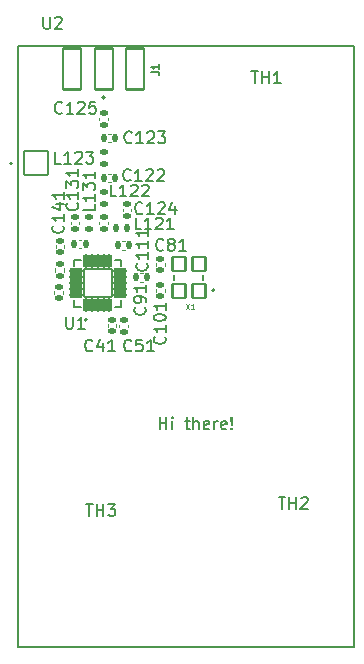
<source format=gto>
G04 #@! TF.GenerationSoftware,KiCad,Pcbnew,6.0.2+dfsg-1*
G04 #@! TF.CreationDate,2024-02-25T21:37:04-08:00*
G04 #@! TF.ProjectId,cchat,63636861-742e-46b6-9963-61645f706362,rev?*
G04 #@! TF.SameCoordinates,Original*
G04 #@! TF.FileFunction,Legend,Top*
G04 #@! TF.FilePolarity,Positive*
%FSLAX46Y46*%
G04 Gerber Fmt 4.6, Leading zero omitted, Abs format (unit mm)*
G04 Created by KiCad (PCBNEW 6.0.2+dfsg-1) date 2024-02-25 21:37:04*
%MOMM*%
%LPD*%
G01*
G04 APERTURE LIST*
G04 Aperture macros list*
%AMRoundRect*
0 Rectangle with rounded corners*
0 $1 Rounding radius*
0 $2 $3 $4 $5 $6 $7 $8 $9 X,Y pos of 4 corners*
0 Add a 4 corners polygon primitive as box body*
4,1,4,$2,$3,$4,$5,$6,$7,$8,$9,$2,$3,0*
0 Add four circle primitives for the rounded corners*
1,1,$1+$1,$2,$3*
1,1,$1+$1,$4,$5*
1,1,$1+$1,$6,$7*
1,1,$1+$1,$8,$9*
0 Add four rect primitives between the rounded corners*
20,1,$1+$1,$2,$3,$4,$5,0*
20,1,$1+$1,$4,$5,$6,$7,0*
20,1,$1+$1,$6,$7,$8,$9,0*
20,1,$1+$1,$8,$9,$2,$3,0*%
G04 Aperture macros list end*
%ADD10C,0.150000*%
%ADD11C,0.120000*%
%ADD12C,0.127000*%
%ADD13C,0.200000*%
%ADD14C,1.448000*%
%ADD15RoundRect,0.140000X-0.140000X-0.170000X0.140000X-0.170000X0.140000X0.170000X-0.140000X0.170000X0*%
%ADD16RoundRect,0.147500X0.172500X-0.147500X0.172500X0.147500X-0.172500X0.147500X-0.172500X-0.147500X0*%
%ADD17RoundRect,0.140000X-0.170000X0.140000X-0.170000X-0.140000X0.170000X-0.140000X0.170000X0.140000X0*%
%ADD18C,3.000000*%
%ADD19RoundRect,0.102000X-1.000000X-1.000000X1.000000X-1.000000X1.000000X1.000000X-1.000000X1.000000X0*%
%ADD20C,2.204000*%
%ADD21RoundRect,0.135000X-0.185000X0.135000X-0.185000X-0.135000X0.185000X-0.135000X0.185000X0.135000X0*%
%ADD22RoundRect,0.140000X0.170000X-0.140000X0.170000X0.140000X-0.170000X0.140000X-0.170000X-0.140000X0*%
%ADD23RoundRect,0.102000X0.555000X0.605000X-0.555000X0.605000X-0.555000X-0.605000X0.555000X-0.605000X0*%
%ADD24RoundRect,0.147500X-0.147500X-0.172500X0.147500X-0.172500X0.147500X0.172500X-0.147500X0.172500X0*%
%ADD25RoundRect,0.109800X0.122200X-0.512200X0.122200X0.512200X-0.122200X0.512200X-0.122200X-0.512200X0*%
%ADD26RoundRect,0.109800X0.512200X0.122200X-0.512200X0.122200X-0.512200X-0.122200X0.512200X-0.122200X0*%
%ADD27RoundRect,0.102000X1.200000X-1.200000X1.200000X1.200000X-1.200000X1.200000X-1.200000X-1.200000X0*%
%ADD28RoundRect,0.102000X-0.750000X1.750000X-0.750000X-1.750000X0.750000X-1.750000X0.750000X1.750000X0*%
%ADD29RoundRect,0.140000X0.140000X0.170000X-0.140000X0.170000X-0.140000X-0.170000X0.140000X-0.170000X0*%
G04 APERTURE END LIST*
D10*
X124652380Y-108452380D02*
X124652380Y-107452380D01*
X124652380Y-107928571D02*
X125223809Y-107928571D01*
X125223809Y-108452380D02*
X125223809Y-107452380D01*
X125700000Y-108452380D02*
X125700000Y-107785714D01*
X125700000Y-107452380D02*
X125652380Y-107500000D01*
X125700000Y-107547619D01*
X125747619Y-107500000D01*
X125700000Y-107452380D01*
X125700000Y-107547619D01*
X126795238Y-107785714D02*
X127176190Y-107785714D01*
X126938095Y-107452380D02*
X126938095Y-108309523D01*
X126985714Y-108404761D01*
X127080952Y-108452380D01*
X127176190Y-108452380D01*
X127509523Y-108452380D02*
X127509523Y-107452380D01*
X127938095Y-108452380D02*
X127938095Y-107928571D01*
X127890476Y-107833333D01*
X127795238Y-107785714D01*
X127652380Y-107785714D01*
X127557142Y-107833333D01*
X127509523Y-107880952D01*
X128795238Y-108404761D02*
X128700000Y-108452380D01*
X128509523Y-108452380D01*
X128414285Y-108404761D01*
X128366666Y-108309523D01*
X128366666Y-107928571D01*
X128414285Y-107833333D01*
X128509523Y-107785714D01*
X128700000Y-107785714D01*
X128795238Y-107833333D01*
X128842857Y-107928571D01*
X128842857Y-108023809D01*
X128366666Y-108119047D01*
X129271428Y-108452380D02*
X129271428Y-107785714D01*
X129271428Y-107976190D02*
X129319047Y-107880952D01*
X129366666Y-107833333D01*
X129461904Y-107785714D01*
X129557142Y-107785714D01*
X130271428Y-108404761D02*
X130176190Y-108452380D01*
X129985714Y-108452380D01*
X129890476Y-108404761D01*
X129842857Y-108309523D01*
X129842857Y-107928571D01*
X129890476Y-107833333D01*
X129985714Y-107785714D01*
X130176190Y-107785714D01*
X130271428Y-107833333D01*
X130319047Y-107928571D01*
X130319047Y-108023809D01*
X129842857Y-108119047D01*
X130747619Y-108357142D02*
X130795238Y-108404761D01*
X130747619Y-108452380D01*
X130700000Y-108404761D01*
X130747619Y-108357142D01*
X130747619Y-108452380D01*
X130747619Y-108071428D02*
X130700000Y-107500000D01*
X130747619Y-107452380D01*
X130795238Y-107500000D01*
X130747619Y-108071428D01*
X130747619Y-107452380D01*
X134714285Y-114212380D02*
X135285714Y-114212380D01*
X135000000Y-115212380D02*
X135000000Y-114212380D01*
X135619047Y-115212380D02*
X135619047Y-114212380D01*
X135619047Y-114688571D02*
X136190476Y-114688571D01*
X136190476Y-115212380D02*
X136190476Y-114212380D01*
X136619047Y-114307619D02*
X136666666Y-114260000D01*
X136761904Y-114212380D01*
X137000000Y-114212380D01*
X137095238Y-114260000D01*
X137142857Y-114307619D01*
X137190476Y-114402857D01*
X137190476Y-114498095D01*
X137142857Y-114640952D01*
X136571428Y-115212380D01*
X137190476Y-115212380D01*
X118414285Y-114812380D02*
X118985714Y-114812380D01*
X118700000Y-115812380D02*
X118700000Y-114812380D01*
X119319047Y-115812380D02*
X119319047Y-114812380D01*
X119319047Y-115288571D02*
X119890476Y-115288571D01*
X119890476Y-115812380D02*
X119890476Y-114812380D01*
X120271428Y-114812380D02*
X120890476Y-114812380D01*
X120557142Y-115193333D01*
X120700000Y-115193333D01*
X120795238Y-115240952D01*
X120842857Y-115288571D01*
X120890476Y-115383809D01*
X120890476Y-115621904D01*
X120842857Y-115717142D01*
X120795238Y-115764761D01*
X120700000Y-115812380D01*
X120414285Y-115812380D01*
X120319047Y-115764761D01*
X120271428Y-115717142D01*
X123377142Y-98142857D02*
X123424761Y-98190476D01*
X123472380Y-98333333D01*
X123472380Y-98428571D01*
X123424761Y-98571428D01*
X123329523Y-98666666D01*
X123234285Y-98714285D01*
X123043809Y-98761904D01*
X122900952Y-98761904D01*
X122710476Y-98714285D01*
X122615238Y-98666666D01*
X122520000Y-98571428D01*
X122472380Y-98428571D01*
X122472380Y-98333333D01*
X122520000Y-98190476D01*
X122567619Y-98142857D01*
X123472380Y-97666666D02*
X123472380Y-97476190D01*
X123424761Y-97380952D01*
X123377142Y-97333333D01*
X123234285Y-97238095D01*
X123043809Y-97190476D01*
X122662857Y-97190476D01*
X122567619Y-97238095D01*
X122520000Y-97285714D01*
X122472380Y-97380952D01*
X122472380Y-97571428D01*
X122520000Y-97666666D01*
X122567619Y-97714285D01*
X122662857Y-97761904D01*
X122900952Y-97761904D01*
X122996190Y-97714285D01*
X123043809Y-97666666D01*
X123091428Y-97571428D01*
X123091428Y-97380952D01*
X123043809Y-97285714D01*
X122996190Y-97238095D01*
X122900952Y-97190476D01*
X123472380Y-96238095D02*
X123472380Y-96809523D01*
X123472380Y-96523809D02*
X122472380Y-96523809D01*
X122615238Y-96619047D01*
X122710476Y-96714285D01*
X122758095Y-96809523D01*
X120980952Y-88752380D02*
X120504761Y-88752380D01*
X120504761Y-87752380D01*
X121838095Y-88752380D02*
X121266666Y-88752380D01*
X121552380Y-88752380D02*
X121552380Y-87752380D01*
X121457142Y-87895238D01*
X121361904Y-87990476D01*
X121266666Y-88038095D01*
X122219047Y-87847619D02*
X122266666Y-87800000D01*
X122361904Y-87752380D01*
X122600000Y-87752380D01*
X122695238Y-87800000D01*
X122742857Y-87847619D01*
X122790476Y-87942857D01*
X122790476Y-88038095D01*
X122742857Y-88180952D01*
X122171428Y-88752380D01*
X122790476Y-88752380D01*
X123171428Y-87847619D02*
X123219047Y-87800000D01*
X123314285Y-87752380D01*
X123552380Y-87752380D01*
X123647619Y-87800000D01*
X123695238Y-87847619D01*
X123742857Y-87942857D01*
X123742857Y-88038095D01*
X123695238Y-88180952D01*
X123123809Y-88752380D01*
X123742857Y-88752380D01*
X122280952Y-84157142D02*
X122233333Y-84204761D01*
X122090476Y-84252380D01*
X121995238Y-84252380D01*
X121852380Y-84204761D01*
X121757142Y-84109523D01*
X121709523Y-84014285D01*
X121661904Y-83823809D01*
X121661904Y-83680952D01*
X121709523Y-83490476D01*
X121757142Y-83395238D01*
X121852380Y-83300000D01*
X121995238Y-83252380D01*
X122090476Y-83252380D01*
X122233333Y-83300000D01*
X122280952Y-83347619D01*
X123233333Y-84252380D02*
X122661904Y-84252380D01*
X122947619Y-84252380D02*
X122947619Y-83252380D01*
X122852380Y-83395238D01*
X122757142Y-83490476D01*
X122661904Y-83538095D01*
X123614285Y-83347619D02*
X123661904Y-83300000D01*
X123757142Y-83252380D01*
X123995238Y-83252380D01*
X124090476Y-83300000D01*
X124138095Y-83347619D01*
X124185714Y-83442857D01*
X124185714Y-83538095D01*
X124138095Y-83680952D01*
X123566666Y-84252380D01*
X124185714Y-84252380D01*
X124519047Y-83252380D02*
X125138095Y-83252380D01*
X124804761Y-83633333D01*
X124947619Y-83633333D01*
X125042857Y-83680952D01*
X125090476Y-83728571D01*
X125138095Y-83823809D01*
X125138095Y-84061904D01*
X125090476Y-84157142D01*
X125042857Y-84204761D01*
X124947619Y-84252380D01*
X124661904Y-84252380D01*
X124566666Y-84204761D01*
X124519047Y-84157142D01*
X117657142Y-89319047D02*
X117704761Y-89366666D01*
X117752380Y-89509523D01*
X117752380Y-89604761D01*
X117704761Y-89747619D01*
X117609523Y-89842857D01*
X117514285Y-89890476D01*
X117323809Y-89938095D01*
X117180952Y-89938095D01*
X116990476Y-89890476D01*
X116895238Y-89842857D01*
X116800000Y-89747619D01*
X116752380Y-89604761D01*
X116752380Y-89509523D01*
X116800000Y-89366666D01*
X116847619Y-89319047D01*
X117752380Y-88366666D02*
X117752380Y-88938095D01*
X117752380Y-88652380D02*
X116752380Y-88652380D01*
X116895238Y-88747619D01*
X116990476Y-88842857D01*
X117038095Y-88938095D01*
X116752380Y-88033333D02*
X116752380Y-87414285D01*
X117133333Y-87747619D01*
X117133333Y-87604761D01*
X117180952Y-87509523D01*
X117228571Y-87461904D01*
X117323809Y-87414285D01*
X117561904Y-87414285D01*
X117657142Y-87461904D01*
X117704761Y-87509523D01*
X117752380Y-87604761D01*
X117752380Y-87890476D01*
X117704761Y-87985714D01*
X117657142Y-88033333D01*
X117752380Y-86461904D02*
X117752380Y-87033333D01*
X117752380Y-86747619D02*
X116752380Y-86747619D01*
X116895238Y-86842857D01*
X116990476Y-86938095D01*
X117038095Y-87033333D01*
X114798095Y-73557380D02*
X114798095Y-74366904D01*
X114845714Y-74462142D01*
X114893333Y-74509761D01*
X114988571Y-74557380D01*
X115179047Y-74557380D01*
X115274285Y-74509761D01*
X115321904Y-74462142D01*
X115369523Y-74366904D01*
X115369523Y-73557380D01*
X115798095Y-73652619D02*
X115845714Y-73605000D01*
X115940952Y-73557380D01*
X116179047Y-73557380D01*
X116274285Y-73605000D01*
X116321904Y-73652619D01*
X116369523Y-73747857D01*
X116369523Y-73843095D01*
X116321904Y-73985952D01*
X115750476Y-74557380D01*
X116369523Y-74557380D01*
X123180952Y-90157142D02*
X123133333Y-90204761D01*
X122990476Y-90252380D01*
X122895238Y-90252380D01*
X122752380Y-90204761D01*
X122657142Y-90109523D01*
X122609523Y-90014285D01*
X122561904Y-89823809D01*
X122561904Y-89680952D01*
X122609523Y-89490476D01*
X122657142Y-89395238D01*
X122752380Y-89300000D01*
X122895238Y-89252380D01*
X122990476Y-89252380D01*
X123133333Y-89300000D01*
X123180952Y-89347619D01*
X124133333Y-90252380D02*
X123561904Y-90252380D01*
X123847619Y-90252380D02*
X123847619Y-89252380D01*
X123752380Y-89395238D01*
X123657142Y-89490476D01*
X123561904Y-89538095D01*
X124514285Y-89347619D02*
X124561904Y-89300000D01*
X124657142Y-89252380D01*
X124895238Y-89252380D01*
X124990476Y-89300000D01*
X125038095Y-89347619D01*
X125085714Y-89442857D01*
X125085714Y-89538095D01*
X125038095Y-89680952D01*
X124466666Y-90252380D01*
X125085714Y-90252380D01*
X125942857Y-89585714D02*
X125942857Y-90252380D01*
X125704761Y-89204761D02*
X125466666Y-89919047D01*
X126085714Y-89919047D01*
X123557142Y-94419047D02*
X123604761Y-94466666D01*
X123652380Y-94609523D01*
X123652380Y-94704761D01*
X123604761Y-94847619D01*
X123509523Y-94942857D01*
X123414285Y-94990476D01*
X123223809Y-95038095D01*
X123080952Y-95038095D01*
X122890476Y-94990476D01*
X122795238Y-94942857D01*
X122700000Y-94847619D01*
X122652380Y-94704761D01*
X122652380Y-94609523D01*
X122700000Y-94466666D01*
X122747619Y-94419047D01*
X123652380Y-93466666D02*
X123652380Y-94038095D01*
X123652380Y-93752380D02*
X122652380Y-93752380D01*
X122795238Y-93847619D01*
X122890476Y-93942857D01*
X122938095Y-94038095D01*
X123652380Y-92514285D02*
X123652380Y-93085714D01*
X123652380Y-92800000D02*
X122652380Y-92800000D01*
X122795238Y-92895238D01*
X122890476Y-92990476D01*
X122938095Y-93085714D01*
X123652380Y-91561904D02*
X123652380Y-92133333D01*
X123652380Y-91847619D02*
X122652380Y-91847619D01*
X122795238Y-91942857D01*
X122890476Y-92038095D01*
X122938095Y-92133333D01*
D11*
X126842428Y-97846942D02*
X127162428Y-98326942D01*
X127162428Y-97846942D02*
X126842428Y-98326942D01*
X127596714Y-98326942D02*
X127322428Y-98326942D01*
X127459571Y-98326942D02*
X127459571Y-97846942D01*
X127413857Y-97915514D01*
X127368142Y-97961228D01*
X127322428Y-97984085D01*
D10*
X116457142Y-91219047D02*
X116504761Y-91266666D01*
X116552380Y-91409523D01*
X116552380Y-91504761D01*
X116504761Y-91647619D01*
X116409523Y-91742857D01*
X116314285Y-91790476D01*
X116123809Y-91838095D01*
X115980952Y-91838095D01*
X115790476Y-91790476D01*
X115695238Y-91742857D01*
X115600000Y-91647619D01*
X115552380Y-91504761D01*
X115552380Y-91409523D01*
X115600000Y-91266666D01*
X115647619Y-91219047D01*
X116552380Y-90266666D02*
X116552380Y-90838095D01*
X116552380Y-90552380D02*
X115552380Y-90552380D01*
X115695238Y-90647619D01*
X115790476Y-90742857D01*
X115838095Y-90838095D01*
X115885714Y-89409523D02*
X116552380Y-89409523D01*
X115504761Y-89647619D02*
X116219047Y-89885714D01*
X116219047Y-89266666D01*
X116552380Y-88361904D02*
X116552380Y-88933333D01*
X116552380Y-88647619D02*
X115552380Y-88647619D01*
X115695238Y-88742857D01*
X115790476Y-88838095D01*
X115838095Y-88933333D01*
X122257142Y-101777142D02*
X122209523Y-101824761D01*
X122066666Y-101872380D01*
X121971428Y-101872380D01*
X121828571Y-101824761D01*
X121733333Y-101729523D01*
X121685714Y-101634285D01*
X121638095Y-101443809D01*
X121638095Y-101300952D01*
X121685714Y-101110476D01*
X121733333Y-101015238D01*
X121828571Y-100920000D01*
X121971428Y-100872380D01*
X122066666Y-100872380D01*
X122209523Y-100920000D01*
X122257142Y-100967619D01*
X123161904Y-100872380D02*
X122685714Y-100872380D01*
X122638095Y-101348571D01*
X122685714Y-101300952D01*
X122780952Y-101253333D01*
X123019047Y-101253333D01*
X123114285Y-101300952D01*
X123161904Y-101348571D01*
X123209523Y-101443809D01*
X123209523Y-101681904D01*
X123161904Y-101777142D01*
X123114285Y-101824761D01*
X123019047Y-101872380D01*
X122780952Y-101872380D01*
X122685714Y-101824761D01*
X122638095Y-101777142D01*
X124161904Y-101872380D02*
X123590476Y-101872380D01*
X123876190Y-101872380D02*
X123876190Y-100872380D01*
X123780952Y-101015238D01*
X123685714Y-101110476D01*
X123590476Y-101158095D01*
X123080952Y-91552380D02*
X122604761Y-91552380D01*
X122604761Y-90552380D01*
X123938095Y-91552380D02*
X123366666Y-91552380D01*
X123652380Y-91552380D02*
X123652380Y-90552380D01*
X123557142Y-90695238D01*
X123461904Y-90790476D01*
X123366666Y-90838095D01*
X124319047Y-90647619D02*
X124366666Y-90600000D01*
X124461904Y-90552380D01*
X124700000Y-90552380D01*
X124795238Y-90600000D01*
X124842857Y-90647619D01*
X124890476Y-90742857D01*
X124890476Y-90838095D01*
X124842857Y-90980952D01*
X124271428Y-91552380D01*
X124890476Y-91552380D01*
X125842857Y-91552380D02*
X125271428Y-91552380D01*
X125557142Y-91552380D02*
X125557142Y-90552380D01*
X125461904Y-90695238D01*
X125366666Y-90790476D01*
X125271428Y-90838095D01*
X125067142Y-100619047D02*
X125114761Y-100666666D01*
X125162380Y-100809523D01*
X125162380Y-100904761D01*
X125114761Y-101047619D01*
X125019523Y-101142857D01*
X124924285Y-101190476D01*
X124733809Y-101238095D01*
X124590952Y-101238095D01*
X124400476Y-101190476D01*
X124305238Y-101142857D01*
X124210000Y-101047619D01*
X124162380Y-100904761D01*
X124162380Y-100809523D01*
X124210000Y-100666666D01*
X124257619Y-100619047D01*
X125162380Y-99666666D02*
X125162380Y-100238095D01*
X125162380Y-99952380D02*
X124162380Y-99952380D01*
X124305238Y-100047619D01*
X124400476Y-100142857D01*
X124448095Y-100238095D01*
X124162380Y-99047619D02*
X124162380Y-98952380D01*
X124210000Y-98857142D01*
X124257619Y-98809523D01*
X124352857Y-98761904D01*
X124543333Y-98714285D01*
X124781428Y-98714285D01*
X124971904Y-98761904D01*
X125067142Y-98809523D01*
X125114761Y-98857142D01*
X125162380Y-98952380D01*
X125162380Y-99047619D01*
X125114761Y-99142857D01*
X125067142Y-99190476D01*
X124971904Y-99238095D01*
X124781428Y-99285714D01*
X124543333Y-99285714D01*
X124352857Y-99238095D01*
X124257619Y-99190476D01*
X124210000Y-99142857D01*
X124162380Y-99047619D01*
X125162380Y-97761904D02*
X125162380Y-98333333D01*
X125162380Y-98047619D02*
X124162380Y-98047619D01*
X124305238Y-98142857D01*
X124400476Y-98238095D01*
X124448095Y-98333333D01*
X116380952Y-81657142D02*
X116333333Y-81704761D01*
X116190476Y-81752380D01*
X116095238Y-81752380D01*
X115952380Y-81704761D01*
X115857142Y-81609523D01*
X115809523Y-81514285D01*
X115761904Y-81323809D01*
X115761904Y-81180952D01*
X115809523Y-80990476D01*
X115857142Y-80895238D01*
X115952380Y-80800000D01*
X116095238Y-80752380D01*
X116190476Y-80752380D01*
X116333333Y-80800000D01*
X116380952Y-80847619D01*
X117333333Y-81752380D02*
X116761904Y-81752380D01*
X117047619Y-81752380D02*
X117047619Y-80752380D01*
X116952380Y-80895238D01*
X116857142Y-80990476D01*
X116761904Y-81038095D01*
X117714285Y-80847619D02*
X117761904Y-80800000D01*
X117857142Y-80752380D01*
X118095238Y-80752380D01*
X118190476Y-80800000D01*
X118238095Y-80847619D01*
X118285714Y-80942857D01*
X118285714Y-81038095D01*
X118238095Y-81180952D01*
X117666666Y-81752380D01*
X118285714Y-81752380D01*
X119190476Y-80752380D02*
X118714285Y-80752380D01*
X118666666Y-81228571D01*
X118714285Y-81180952D01*
X118809523Y-81133333D01*
X119047619Y-81133333D01*
X119142857Y-81180952D01*
X119190476Y-81228571D01*
X119238095Y-81323809D01*
X119238095Y-81561904D01*
X119190476Y-81657142D01*
X119142857Y-81704761D01*
X119047619Y-81752380D01*
X118809523Y-81752380D01*
X118714285Y-81704761D01*
X118666666Y-81657142D01*
X116280952Y-85967380D02*
X115804761Y-85967380D01*
X115804761Y-84967380D01*
X117138095Y-85967380D02*
X116566666Y-85967380D01*
X116852380Y-85967380D02*
X116852380Y-84967380D01*
X116757142Y-85110238D01*
X116661904Y-85205476D01*
X116566666Y-85253095D01*
X117519047Y-85062619D02*
X117566666Y-85015000D01*
X117661904Y-84967380D01*
X117900000Y-84967380D01*
X117995238Y-85015000D01*
X118042857Y-85062619D01*
X118090476Y-85157857D01*
X118090476Y-85253095D01*
X118042857Y-85395952D01*
X117471428Y-85967380D01*
X118090476Y-85967380D01*
X118423809Y-84967380D02*
X119042857Y-84967380D01*
X118709523Y-85348333D01*
X118852380Y-85348333D01*
X118947619Y-85395952D01*
X118995238Y-85443571D01*
X119042857Y-85538809D01*
X119042857Y-85776904D01*
X118995238Y-85872142D01*
X118947619Y-85919761D01*
X118852380Y-85967380D01*
X118566666Y-85967380D01*
X118471428Y-85919761D01*
X118423809Y-85872142D01*
X116738095Y-98952380D02*
X116738095Y-99761904D01*
X116785714Y-99857142D01*
X116833333Y-99904761D01*
X116928571Y-99952380D01*
X117119047Y-99952380D01*
X117214285Y-99904761D01*
X117261904Y-99857142D01*
X117309523Y-99761904D01*
X117309523Y-98952380D01*
X118309523Y-99952380D02*
X117738095Y-99952380D01*
X118023809Y-99952380D02*
X118023809Y-98952380D01*
X117928571Y-99095238D01*
X117833333Y-99190476D01*
X117738095Y-99238095D01*
X119152380Y-89419047D02*
X119152380Y-89895238D01*
X118152380Y-89895238D01*
X119152380Y-88561904D02*
X119152380Y-89133333D01*
X119152380Y-88847619D02*
X118152380Y-88847619D01*
X118295238Y-88942857D01*
X118390476Y-89038095D01*
X118438095Y-89133333D01*
X118152380Y-88228571D02*
X118152380Y-87609523D01*
X118533333Y-87942857D01*
X118533333Y-87800000D01*
X118580952Y-87704761D01*
X118628571Y-87657142D01*
X118723809Y-87609523D01*
X118961904Y-87609523D01*
X119057142Y-87657142D01*
X119104761Y-87704761D01*
X119152380Y-87800000D01*
X119152380Y-88085714D01*
X119104761Y-88180952D01*
X119057142Y-88228571D01*
X119152380Y-86657142D02*
X119152380Y-87228571D01*
X119152380Y-86942857D02*
X118152380Y-86942857D01*
X118295238Y-87038095D01*
X118390476Y-87133333D01*
X118438095Y-87228571D01*
X118957142Y-101777142D02*
X118909523Y-101824761D01*
X118766666Y-101872380D01*
X118671428Y-101872380D01*
X118528571Y-101824761D01*
X118433333Y-101729523D01*
X118385714Y-101634285D01*
X118338095Y-101443809D01*
X118338095Y-101300952D01*
X118385714Y-101110476D01*
X118433333Y-101015238D01*
X118528571Y-100920000D01*
X118671428Y-100872380D01*
X118766666Y-100872380D01*
X118909523Y-100920000D01*
X118957142Y-100967619D01*
X119814285Y-101205714D02*
X119814285Y-101872380D01*
X119576190Y-100824761D02*
X119338095Y-101539047D01*
X119957142Y-101539047D01*
X120861904Y-101872380D02*
X120290476Y-101872380D01*
X120576190Y-101872380D02*
X120576190Y-100872380D01*
X120480952Y-101015238D01*
X120385714Y-101110476D01*
X120290476Y-101158095D01*
X123955923Y-78217833D02*
X124413066Y-78217833D01*
X124504495Y-78248309D01*
X124565447Y-78309261D01*
X124595923Y-78400690D01*
X124595923Y-78461642D01*
X124595923Y-77577833D02*
X124595923Y-77943547D01*
X124595923Y-77760690D02*
X123955923Y-77760690D01*
X124047352Y-77821642D01*
X124108304Y-77882595D01*
X124138780Y-77943547D01*
X122180952Y-87357142D02*
X122133333Y-87404761D01*
X121990476Y-87452380D01*
X121895238Y-87452380D01*
X121752380Y-87404761D01*
X121657142Y-87309523D01*
X121609523Y-87214285D01*
X121561904Y-87023809D01*
X121561904Y-86880952D01*
X121609523Y-86690476D01*
X121657142Y-86595238D01*
X121752380Y-86500000D01*
X121895238Y-86452380D01*
X121990476Y-86452380D01*
X122133333Y-86500000D01*
X122180952Y-86547619D01*
X123133333Y-87452380D02*
X122561904Y-87452380D01*
X122847619Y-87452380D02*
X122847619Y-86452380D01*
X122752380Y-86595238D01*
X122657142Y-86690476D01*
X122561904Y-86738095D01*
X123514285Y-86547619D02*
X123561904Y-86500000D01*
X123657142Y-86452380D01*
X123895238Y-86452380D01*
X123990476Y-86500000D01*
X124038095Y-86547619D01*
X124085714Y-86642857D01*
X124085714Y-86738095D01*
X124038095Y-86880952D01*
X123466666Y-87452380D01*
X124085714Y-87452380D01*
X124466666Y-86547619D02*
X124514285Y-86500000D01*
X124609523Y-86452380D01*
X124847619Y-86452380D01*
X124942857Y-86500000D01*
X124990476Y-86547619D01*
X125038095Y-86642857D01*
X125038095Y-86738095D01*
X124990476Y-86880952D01*
X124419047Y-87452380D01*
X125038095Y-87452380D01*
X132414285Y-78152380D02*
X132985714Y-78152380D01*
X132700000Y-79152380D02*
X132700000Y-78152380D01*
X133319047Y-79152380D02*
X133319047Y-78152380D01*
X133319047Y-78628571D02*
X133890476Y-78628571D01*
X133890476Y-79152380D02*
X133890476Y-78152380D01*
X134890476Y-79152380D02*
X134319047Y-79152380D01*
X134604761Y-79152380D02*
X134604761Y-78152380D01*
X134509523Y-78295238D01*
X134414285Y-78390476D01*
X134319047Y-78438095D01*
X124967142Y-93257142D02*
X124919523Y-93304761D01*
X124776666Y-93352380D01*
X124681428Y-93352380D01*
X124538571Y-93304761D01*
X124443333Y-93209523D01*
X124395714Y-93114285D01*
X124348095Y-92923809D01*
X124348095Y-92780952D01*
X124395714Y-92590476D01*
X124443333Y-92495238D01*
X124538571Y-92400000D01*
X124681428Y-92352380D01*
X124776666Y-92352380D01*
X124919523Y-92400000D01*
X124967142Y-92447619D01*
X125538571Y-92780952D02*
X125443333Y-92733333D01*
X125395714Y-92685714D01*
X125348095Y-92590476D01*
X125348095Y-92542857D01*
X125395714Y-92447619D01*
X125443333Y-92400000D01*
X125538571Y-92352380D01*
X125729047Y-92352380D01*
X125824285Y-92400000D01*
X125871904Y-92447619D01*
X125919523Y-92542857D01*
X125919523Y-92590476D01*
X125871904Y-92685714D01*
X125824285Y-92733333D01*
X125729047Y-92780952D01*
X125538571Y-92780952D01*
X125443333Y-92828571D01*
X125395714Y-92876190D01*
X125348095Y-92971428D01*
X125348095Y-93161904D01*
X125395714Y-93257142D01*
X125443333Y-93304761D01*
X125538571Y-93352380D01*
X125729047Y-93352380D01*
X125824285Y-93304761D01*
X125871904Y-93257142D01*
X125919523Y-93161904D01*
X125919523Y-92971428D01*
X125871904Y-92876190D01*
X125824285Y-92828571D01*
X125729047Y-92780952D01*
X126871904Y-93352380D02*
X126300476Y-93352380D01*
X126586190Y-93352380D02*
X126586190Y-92352380D01*
X126490952Y-92495238D01*
X126395714Y-92590476D01*
X126300476Y-92638095D01*
D11*
X122992164Y-95960000D02*
X123207836Y-95960000D01*
X122992164Y-95240000D02*
X123207836Y-95240000D01*
X120272164Y-83440000D02*
X120487836Y-83440000D01*
X120272164Y-84160000D02*
X120487836Y-84160000D01*
X117140000Y-90892164D02*
X117140000Y-91107836D01*
X117860000Y-90892164D02*
X117860000Y-91107836D01*
D12*
X130415000Y-75990000D02*
X141145000Y-75990000D01*
X112635000Y-75990000D02*
X123704000Y-75990000D01*
X112635000Y-126940000D02*
X118005000Y-126940000D01*
X141145000Y-75990000D02*
X141145000Y-126940000D01*
X141145000Y-75990000D02*
X141145000Y-126940000D01*
X141145000Y-126940000D02*
X112635000Y-126940000D01*
X112635000Y-75990000D02*
X141145000Y-75990000D01*
X135695000Y-126940000D02*
X141145000Y-126940000D01*
X112635000Y-126940000D02*
X112635000Y-75990000D01*
X123704000Y-75990000D02*
X130415000Y-75990000D01*
X112635000Y-126940000D02*
X112635000Y-75990000D01*
X118005000Y-126940000D02*
X135695000Y-126940000D01*
D13*
X112165000Y-85950000D02*
G75*
G03*
X112165000Y-85950000I-100000J0D01*
G01*
D11*
X116580000Y-94846359D02*
X116580000Y-95153641D01*
X115820000Y-94846359D02*
X115820000Y-95153641D01*
X121540000Y-90007836D02*
X121540000Y-89792164D01*
X122260000Y-90007836D02*
X122260000Y-89792164D01*
X121492164Y-92540000D02*
X121707836Y-92540000D01*
X121492164Y-93260000D02*
X121707836Y-93260000D01*
D12*
X125850000Y-95825000D02*
X125850000Y-95375000D01*
X128350000Y-95825000D02*
X128350000Y-95375000D01*
D13*
X129300000Y-96700000D02*
G75*
G03*
X129300000Y-96700000I-100000J0D01*
G01*
D11*
X115840000Y-93107836D02*
X115840000Y-92892164D01*
X116560000Y-93107836D02*
X116560000Y-92892164D01*
X121240000Y-99827836D02*
X121240000Y-99612164D01*
X121960000Y-99827836D02*
X121960000Y-99612164D01*
X124340000Y-96807836D02*
X124340000Y-96592164D01*
X125060000Y-96807836D02*
X125060000Y-96592164D01*
X120260000Y-82307836D02*
X120260000Y-82092164D01*
X119540000Y-82307836D02*
X119540000Y-82092164D01*
D12*
X121400000Y-98100000D02*
X121400000Y-97550000D01*
X117400000Y-98100000D02*
X117400000Y-97550000D01*
X121400000Y-94100000D02*
X120850000Y-94100000D01*
X121400000Y-98100000D02*
X120850000Y-98100000D01*
X117400000Y-94100000D02*
X117950000Y-94100000D01*
X117400000Y-94100000D02*
X117400000Y-94650000D01*
X117400000Y-98100000D02*
X117950000Y-98100000D01*
X121400000Y-94100000D02*
X121400000Y-94650000D01*
D13*
X118500000Y-99210000D02*
G75*
G03*
X118500000Y-99210000I-100000J0D01*
G01*
D11*
X115740000Y-96792164D02*
X115740000Y-97007836D01*
X116460000Y-96792164D02*
X116460000Y-97007836D01*
X119540000Y-91107836D02*
X119540000Y-90892164D01*
X120260000Y-91107836D02*
X120260000Y-90892164D01*
X120960000Y-99592164D02*
X120960000Y-99807836D01*
X120240000Y-99592164D02*
X120240000Y-99807836D01*
D13*
X120000000Y-80372500D02*
G75*
G03*
X120000000Y-80372500I-100000J0D01*
G01*
D11*
X120292164Y-86840000D02*
X120507836Y-86840000D01*
X120292164Y-87560000D02*
X120507836Y-87560000D01*
X118007836Y-92440000D02*
X117792164Y-92440000D01*
X118007836Y-93160000D02*
X117792164Y-93160000D01*
X124340000Y-94607836D02*
X124340000Y-94392164D01*
X125060000Y-94607836D02*
X125060000Y-94392164D01*
%LPC*%
D14*
X136000000Y-117300000D03*
X119700000Y-117900000D03*
D15*
X122620000Y-95600000D03*
X123580000Y-95600000D03*
D16*
X119900000Y-89385000D03*
X119900000Y-88415000D03*
D15*
X119900000Y-83800000D03*
X120860000Y-83800000D03*
D17*
X117500000Y-90520000D03*
X117500000Y-91480000D03*
D18*
X114635000Y-77990000D03*
X139145000Y-124940000D03*
X114635000Y-124940000D03*
X139145000Y-77990000D03*
D19*
X114215000Y-85950000D03*
D20*
X114215000Y-88490000D03*
X114215000Y-91030000D03*
X114215000Y-93570000D03*
X114215000Y-96110000D03*
X114215000Y-98650000D03*
X114215000Y-101190000D03*
X114215000Y-103730000D03*
X114215000Y-106270000D03*
X114215000Y-108810000D03*
X114215000Y-111350000D03*
X114215000Y-113890000D03*
X114215000Y-116430000D03*
X114215000Y-118970000D03*
X114215000Y-121510000D03*
X139615000Y-121510000D03*
X139615000Y-118970000D03*
X139615000Y-116430000D03*
X139615000Y-113890000D03*
X139615000Y-111350000D03*
X139615000Y-108810000D03*
X139615000Y-106270000D03*
X139615000Y-103730000D03*
X139615000Y-101190000D03*
X139615000Y-98650000D03*
X139615000Y-96110000D03*
X139615000Y-93570000D03*
X139615000Y-91030000D03*
X139615000Y-88490000D03*
X139615000Y-85950000D03*
D21*
X116200000Y-94490000D03*
X116200000Y-95510000D03*
D22*
X121900000Y-90380000D03*
X121900000Y-89420000D03*
D15*
X121120000Y-92900000D03*
X122080000Y-92900000D03*
D23*
X127950000Y-96750000D03*
X127950000Y-94450000D03*
X126250000Y-94450000D03*
X126250000Y-96750000D03*
D22*
X116200000Y-93480000D03*
X116200000Y-92520000D03*
X121600000Y-100200000D03*
X121600000Y-99240000D03*
D24*
X120915000Y-91400000D03*
X121885000Y-91400000D03*
D22*
X124700000Y-97180000D03*
X124700000Y-96220000D03*
X119900000Y-82680000D03*
X119900000Y-81720000D03*
D16*
X119900000Y-86000000D03*
X119900000Y-85030000D03*
D25*
X118400000Y-97970000D03*
X118900000Y-97970000D03*
X119400000Y-97970000D03*
X119900000Y-97970000D03*
X120400000Y-97970000D03*
D26*
X121270000Y-97100000D03*
X121270000Y-96600000D03*
X121270000Y-96100000D03*
X121270000Y-95600000D03*
X121270000Y-95100000D03*
D25*
X120400000Y-94230000D03*
X119900000Y-94230000D03*
X119400000Y-94230000D03*
X118900000Y-94230000D03*
X118400000Y-94230000D03*
D26*
X117530000Y-95100000D03*
X117530000Y-95600000D03*
X117530000Y-96100000D03*
X117530000Y-96600000D03*
X117530000Y-97100000D03*
D27*
X119400000Y-96100000D03*
D17*
X116100000Y-96420000D03*
X116100000Y-97380000D03*
D22*
X119900000Y-91480000D03*
X119900000Y-90520000D03*
D16*
X118700000Y-91485000D03*
X118700000Y-90515000D03*
D17*
X120600000Y-99220000D03*
X120600000Y-100180000D03*
D28*
X119900000Y-77972500D03*
X122600000Y-77972500D03*
X117200000Y-77972500D03*
D15*
X119920000Y-87200000D03*
X120880000Y-87200000D03*
D29*
X118380000Y-92800000D03*
X117420000Y-92800000D03*
D14*
X131000000Y-78900000D03*
D22*
X124700000Y-94980000D03*
X124700000Y-94020000D03*
M02*

</source>
